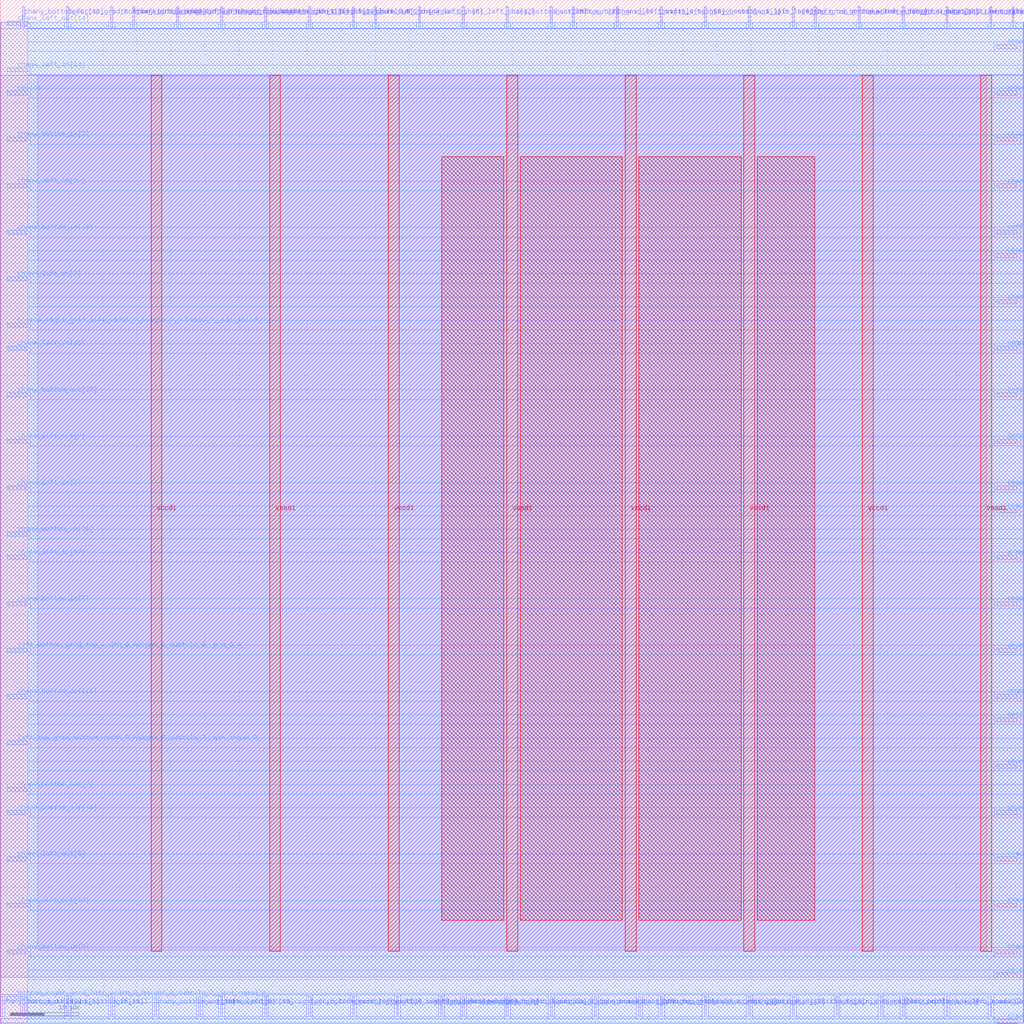
<source format=lef>
VERSION 5.7 ;
  NOWIREEXTENSIONATPIN ON ;
  DIVIDERCHAR "/" ;
  BUSBITCHARS "[]" ;
MACRO sb_4__4_
  CLASS BLOCK ;
  FOREIGN sb_4__4_ ;
  ORIGIN 0.000 0.000 ;
  SIZE 150.000 BY 150.000 ;
  PIN bottom_left_grid_right_width_0_height_0_subtile_0__pin_O_1_
    DIRECTION INPUT ;
    USE SIGNAL ;
    PORT
      LAYER met2 ;
        RECT 25.850 146.000 26.130 149.000 ;
    END
  END bottom_left_grid_right_width_0_height_0_subtile_0__pin_O_1_
  PIN bottom_left_grid_right_width_0_height_0_subtile_0__pin_O_5_
    DIRECTION INPUT ;
    USE SIGNAL ;
    PORT
      LAYER met2 ;
        RECT 16.190 146.000 16.470 149.000 ;
    END
  END bottom_left_grid_right_width_0_height_0_subtile_0__pin_O_5_
  PIN bottom_right_grid_left_width_0_height_0_subtile_0__pin_inpad_0_
    DIRECTION INPUT ;
    USE SIGNAL ;
    PORT
      LAYER met3 ;
        RECT 1.000 102.040 4.000 102.640 ;
    END
  END bottom_right_grid_left_width_0_height_0_subtile_0__pin_inpad_0_
  PIN bottom_right_grid_left_width_0_height_0_subtile_1__pin_inpad_0_
    DIRECTION INPUT ;
    USE SIGNAL ;
    PORT
      LAYER met3 ;
        RECT 146.000 44.240 149.000 44.840 ;
    END
  END bottom_right_grid_left_width_0_height_0_subtile_1__pin_inpad_0_
  PIN bottom_right_grid_left_width_0_height_0_subtile_2__pin_inpad_0_
    DIRECTION INPUT ;
    USE SIGNAL ;
    PORT
      LAYER met3 ;
        RECT 146.000 91.840 149.000 92.440 ;
    END
  END bottom_right_grid_left_width_0_height_0_subtile_2__pin_inpad_0_
  PIN bottom_right_grid_left_width_0_height_0_subtile_3__pin_inpad_0_
    DIRECTION INPUT ;
    USE SIGNAL ;
    PORT
      LAYER met2 ;
        RECT 83.810 146.000 84.090 149.000 ;
    END
  END bottom_right_grid_left_width_0_height_0_subtile_3__pin_inpad_0_
  PIN bottom_right_grid_left_width_0_height_0_subtile_4__pin_inpad_0_
    DIRECTION INPUT ;
    USE SIGNAL ;
    PORT
      LAYER met2 ;
        RECT 38.730 1.000 39.010 4.000 ;
    END
  END bottom_right_grid_left_width_0_height_0_subtile_4__pin_inpad_0_
  PIN bottom_right_grid_left_width_0_height_0_subtile_5__pin_inpad_0_
    DIRECTION INPUT ;
    USE SIGNAL ;
    PORT
      LAYER met2 ;
        RECT 58.050 1.000 58.330 4.000 ;
    END
  END bottom_right_grid_left_width_0_height_0_subtile_5__pin_inpad_0_
  PIN bottom_right_grid_left_width_0_height_0_subtile_6__pin_inpad_0_
    DIRECTION INPUT ;
    USE SIGNAL ;
    PORT
      LAYER met2 ;
        RECT 122.450 1.000 122.730 4.000 ;
    END
  END bottom_right_grid_left_width_0_height_0_subtile_6__pin_inpad_0_
  PIN bottom_right_grid_left_width_0_height_0_subtile_7__pin_inpad_0_
    DIRECTION INPUT ;
    USE SIGNAL ;
    PORT
      LAYER met3 ;
        RECT 1.000 3.440 4.000 4.040 ;
    END
  END bottom_right_grid_left_width_0_height_0_subtile_7__pin_inpad_0_
  PIN ccff_head
    DIRECTION INPUT ;
    USE SIGNAL ;
    PORT
      LAYER met3 ;
        RECT 146.000 115.640 149.000 116.240 ;
    END
  END ccff_head
  PIN ccff_tail
    DIRECTION OUTPUT TRISTATE ;
    USE SIGNAL ;
    PORT
      LAYER met2 ;
        RECT 16.190 1.000 16.470 4.000 ;
    END
  END ccff_tail
  PIN chanx_left_in[0]
    DIRECTION INPUT ;
    USE SIGNAL ;
    PORT
      LAYER met2 ;
        RECT 128.890 1.000 129.170 4.000 ;
    END
  END chanx_left_in[0]
  PIN chanx_left_in[10]
    DIRECTION INPUT ;
    USE SIGNAL ;
    PORT
      LAYER met3 ;
        RECT 1.000 122.440 4.000 123.040 ;
    END
  END chanx_left_in[10]
  PIN chanx_left_in[11]
    DIRECTION INPUT ;
    USE SIGNAL ;
    PORT
      LAYER met2 ;
        RECT 125.670 146.000 125.950 149.000 ;
    END
  END chanx_left_in[11]
  PIN chanx_left_in[12]
    DIRECTION INPUT ;
    USE SIGNAL ;
    PORT
      LAYER met3 ;
        RECT 146.000 74.840 149.000 75.440 ;
    END
  END chanx_left_in[12]
  PIN chanx_left_in[13]
    DIRECTION INPUT ;
    USE SIGNAL ;
    PORT
      LAYER met2 ;
        RECT 45.170 146.000 45.450 149.000 ;
    END
  END chanx_left_in[13]
  PIN chanx_left_in[14]
    DIRECTION INPUT ;
    USE SIGNAL ;
    PORT
      LAYER met3 ;
        RECT 1.000 139.440 4.000 140.040 ;
    END
  END chanx_left_in[14]
  PIN chanx_left_in[15]
    DIRECTION INPUT ;
    USE SIGNAL ;
    PORT
      LAYER met3 ;
        RECT 1.000 98.640 4.000 99.240 ;
    END
  END chanx_left_in[15]
  PIN chanx_left_in[16]
    DIRECTION INPUT ;
    USE SIGNAL ;
    PORT
      LAYER met2 ;
        RECT 144.990 1.000 145.270 4.000 ;
    END
  END chanx_left_in[16]
  PIN chanx_left_in[17]
    DIRECTION INPUT ;
    USE SIGNAL ;
    PORT
      LAYER met3 ;
        RECT 1.000 68.040 4.000 68.640 ;
    END
  END chanx_left_in[17]
  PIN chanx_left_in[18]
    DIRECTION INPUT ;
    USE SIGNAL ;
    PORT
      LAYER met3 ;
        RECT 146.000 129.240 149.000 129.840 ;
    END
  END chanx_left_in[18]
  PIN chanx_left_in[1]
    DIRECTION INPUT ;
    USE SIGNAL ;
    PORT
      LAYER met3 ;
        RECT 146.000 17.040 149.000 17.640 ;
    END
  END chanx_left_in[1]
  PIN chanx_left_in[2]
    DIRECTION INPUT ;
    USE SIGNAL ;
    PORT
      LAYER met2 ;
        RECT 96.690 146.000 96.970 149.000 ;
    END
  END chanx_left_in[2]
  PIN chanx_left_in[3]
    DIRECTION INPUT ;
    USE SIGNAL ;
    PORT
      LAYER met3 ;
        RECT 1.000 78.240 4.000 78.840 ;
    END
  END chanx_left_in[3]
  PIN chanx_left_in[4]
    DIRECTION INPUT ;
    USE SIGNAL ;
    PORT
      LAYER met2 ;
        RECT 54.830 146.000 55.110 149.000 ;
    END
  END chanx_left_in[4]
  PIN chanx_left_in[5]
    DIRECTION INPUT ;
    USE SIGNAL ;
    PORT
      LAYER met2 ;
        RECT 61.270 146.000 61.550 149.000 ;
    END
  END chanx_left_in[5]
  PIN chanx_left_in[6]
    DIRECTION INPUT ;
    USE SIGNAL ;
    PORT
      LAYER met2 ;
        RECT 109.570 146.000 109.850 149.000 ;
    END
  END chanx_left_in[6]
  PIN chanx_left_in[7]
    DIRECTION INPUT ;
    USE SIGNAL ;
    PORT
      LAYER met3 ;
        RECT 1.000 108.840 4.000 109.440 ;
    END
  END chanx_left_in[7]
  PIN chanx_left_in[8]
    DIRECTION INPUT ;
    USE SIGNAL ;
    PORT
      LAYER met3 ;
        RECT 146.000 142.840 149.000 143.440 ;
    END
  END chanx_left_in[8]
  PIN chanx_left_in[9]
    DIRECTION INPUT ;
    USE SIGNAL ;
    PORT
      LAYER met3 ;
        RECT 146.000 122.440 149.000 123.040 ;
    END
  END chanx_left_in[9]
  PIN chanx_left_out[0]
    DIRECTION OUTPUT TRISTATE ;
    USE SIGNAL ;
    PORT
      LAYER met3 ;
        RECT 146.000 136.040 149.000 136.640 ;
    END
  END chanx_left_out[0]
  PIN chanx_left_out[10]
    DIRECTION OUTPUT TRISTATE ;
    USE SIGNAL ;
    PORT
      LAYER met3 ;
        RECT 146.000 30.640 149.000 31.240 ;
    END
  END chanx_left_out[10]
  PIN chanx_left_out[11]
    DIRECTION OUTPUT TRISTATE ;
    USE SIGNAL ;
    PORT
      LAYER met2 ;
        RECT 90.250 146.000 90.530 149.000 ;
    END
  END chanx_left_out[11]
  PIN chanx_left_out[12]
    DIRECTION OUTPUT TRISTATE ;
    USE SIGNAL ;
    PORT
      LAYER met2 ;
        RECT 67.710 146.000 67.990 149.000 ;
    END
  END chanx_left_out[12]
  PIN chanx_left_out[13]
    DIRECTION OUTPUT TRISTATE ;
    USE SIGNAL ;
    PORT
      LAYER met3 ;
        RECT 1.000 17.040 4.000 17.640 ;
    END
  END chanx_left_out[13]
  PIN chanx_left_out[14]
    DIRECTION OUTPUT TRISTATE ;
    USE SIGNAL ;
    PORT
      LAYER met3 ;
        RECT 1.000 146.240 4.000 146.840 ;
    END
  END chanx_left_out[14]
  PIN chanx_left_out[15]
    DIRECTION OUTPUT TRISTATE ;
    USE SIGNAL ;
    PORT
      LAYER met2 ;
        RECT 32.290 1.000 32.570 4.000 ;
    END
  END chanx_left_out[15]
  PIN chanx_left_out[16]
    DIRECTION OUTPUT TRISTATE ;
    USE SIGNAL ;
    PORT
      LAYER met3 ;
        RECT 146.000 105.440 149.000 106.040 ;
    END
  END chanx_left_out[16]
  PIN chanx_left_out[17]
    DIRECTION OUTPUT TRISTATE ;
    USE SIGNAL ;
    PORT
      LAYER met2 ;
        RECT 138.550 1.000 138.830 4.000 ;
    END
  END chanx_left_out[17]
  PIN chanx_left_out[18]
    DIRECTION OUTPUT TRISTATE ;
    USE SIGNAL ;
    PORT
      LAYER met3 ;
        RECT 146.000 54.440 149.000 55.040 ;
    END
  END chanx_left_out[18]
  PIN chanx_left_out[1]
    DIRECTION OUTPUT TRISTATE ;
    USE SIGNAL ;
    PORT
      LAYER met2 ;
        RECT 80.590 146.000 80.870 149.000 ;
    END
  END chanx_left_out[1]
  PIN chanx_left_out[2]
    DIRECTION OUTPUT TRISTATE ;
    USE SIGNAL ;
    PORT
      LAYER met2 ;
        RECT 51.610 146.000 51.890 149.000 ;
    END
  END chanx_left_out[2]
  PIN chanx_left_out[3]
    DIRECTION OUTPUT TRISTATE ;
    USE SIGNAL ;
    PORT
      LAYER met3 ;
        RECT 146.000 0.040 149.000 0.640 ;
    END
  END chanx_left_out[3]
  PIN chanx_left_out[4]
    DIRECTION OUTPUT TRISTATE ;
    USE SIGNAL ;
    PORT
      LAYER met3 ;
        RECT 146.000 112.240 149.000 112.840 ;
    END
  END chanx_left_out[4]
  PIN chanx_left_out[5]
    DIRECTION OUTPUT TRISTATE ;
    USE SIGNAL ;
    PORT
      LAYER met2 ;
        RECT 144.990 146.000 145.270 149.000 ;
    END
  END chanx_left_out[5]
  PIN chanx_left_out[6]
    DIRECTION OUTPUT TRISTATE ;
    USE SIGNAL ;
    PORT
      LAYER met3 ;
        RECT 1.000 23.840 4.000 24.440 ;
    END
  END chanx_left_out[6]
  PIN chanx_left_out[7]
    DIRECTION OUTPUT TRISTATE ;
    USE SIGNAL ;
    PORT
      LAYER met2 ;
        RECT 51.610 1.000 51.890 4.000 ;
    END
  END chanx_left_out[7]
  PIN chanx_left_out[8]
    DIRECTION OUTPUT TRISTATE ;
    USE SIGNAL ;
    PORT
      LAYER met3 ;
        RECT 146.000 23.840 149.000 24.440 ;
    END
  END chanx_left_out[8]
  PIN chanx_left_out[9]
    DIRECTION OUTPUT TRISTATE ;
    USE SIGNAL ;
    PORT
      LAYER met3 ;
        RECT 1.000 85.040 4.000 85.640 ;
    END
  END chanx_left_out[9]
  PIN chany_bottom_in[0]
    DIRECTION INPUT ;
    USE SIGNAL ;
    PORT
      LAYER met3 ;
        RECT 1.000 10.240 4.000 10.840 ;
    END
  END chany_bottom_in[0]
  PIN chany_bottom_in[10]
    DIRECTION INPUT ;
    USE SIGNAL ;
    PORT
      LAYER met3 ;
        RECT 1.000 115.640 4.000 116.240 ;
    END
  END chany_bottom_in[10]
  PIN chany_bottom_in[11]
    DIRECTION INPUT ;
    USE SIGNAL ;
    PORT
      LAYER met2 ;
        RECT 38.730 146.000 39.010 149.000 ;
    END
  END chany_bottom_in[11]
  PIN chany_bottom_in[12]
    DIRECTION INPUT ;
    USE SIGNAL ;
    PORT
      LAYER met2 ;
        RECT 109.570 1.000 109.850 4.000 ;
    END
  END chany_bottom_in[12]
  PIN chany_bottom_in[13]
    DIRECTION INPUT ;
    USE SIGNAL ;
    PORT
      LAYER met2 ;
        RECT 132.110 146.000 132.390 149.000 ;
    END
  END chany_bottom_in[13]
  PIN chany_bottom_in[14]
    DIRECTION INPUT ;
    USE SIGNAL ;
    PORT
      LAYER met2 ;
        RECT 93.470 1.000 93.750 4.000 ;
    END
  END chany_bottom_in[14]
  PIN chany_bottom_in[15]
    DIRECTION INPUT ;
    USE SIGNAL ;
    PORT
      LAYER met2 ;
        RECT 9.750 1.000 10.030 4.000 ;
    END
  END chany_bottom_in[15]
  PIN chany_bottom_in[16]
    DIRECTION INPUT ;
    USE SIGNAL ;
    PORT
      LAYER met3 ;
        RECT 1.000 71.440 4.000 72.040 ;
    END
  END chany_bottom_in[16]
  PIN chany_bottom_in[17]
    DIRECTION INPUT ;
    USE SIGNAL ;
    PORT
      LAYER met2 ;
        RECT 132.110 1.000 132.390 4.000 ;
    END
  END chany_bottom_in[17]
  PIN chany_bottom_in[18]
    DIRECTION INPUT ;
    USE SIGNAL ;
    PORT
      LAYER met3 ;
        RECT 146.000 61.240 149.000 61.840 ;
    END
  END chany_bottom_in[18]
  PIN chany_bottom_in[1]
    DIRECTION INPUT ;
    USE SIGNAL ;
    PORT
      LAYER met3 ;
        RECT 146.000 37.440 149.000 38.040 ;
    END
  END chany_bottom_in[1]
  PIN chany_bottom_in[2]
    DIRECTION INPUT ;
    USE SIGNAL ;
    PORT
      LAYER met2 ;
        RECT 103.130 1.000 103.410 4.000 ;
    END
  END chany_bottom_in[2]
  PIN chany_bottom_in[3]
    DIRECTION INPUT ;
    USE SIGNAL ;
    PORT
      LAYER met3 ;
        RECT 1.000 129.240 4.000 129.840 ;
    END
  END chany_bottom_in[3]
  PIN chany_bottom_in[4]
    DIRECTION INPUT ;
    USE SIGNAL ;
    PORT
      LAYER met3 ;
        RECT 146.000 6.840 149.000 7.440 ;
    END
  END chany_bottom_in[4]
  PIN chany_bottom_in[5]
    DIRECTION INPUT ;
    USE SIGNAL ;
    PORT
      LAYER met2 ;
        RECT 19.410 146.000 19.690 149.000 ;
    END
  END chany_bottom_in[5]
  PIN chany_bottom_in[6]
    DIRECTION INPUT ;
    USE SIGNAL ;
    PORT
      LAYER met3 ;
        RECT 146.000 47.640 149.000 48.240 ;
    END
  END chany_bottom_in[6]
  PIN chany_bottom_in[7]
    DIRECTION INPUT ;
    USE SIGNAL ;
    PORT
      LAYER met3 ;
        RECT 1.000 61.240 4.000 61.840 ;
    END
  END chany_bottom_in[7]
  PIN chany_bottom_in[8]
    DIRECTION INPUT ;
    USE SIGNAL ;
    PORT
      LAYER met2 ;
        RECT 116.010 1.000 116.290 4.000 ;
    END
  END chany_bottom_in[8]
  PIN chany_bottom_in[9]
    DIRECTION INPUT ;
    USE SIGNAL ;
    PORT
      LAYER met3 ;
        RECT 146.000 98.640 149.000 99.240 ;
    END
  END chany_bottom_in[9]
  PIN chany_bottom_out[0]
    DIRECTION OUTPUT TRISTATE ;
    USE SIGNAL ;
    PORT
      LAYER met2 ;
        RECT 67.710 1.000 67.990 4.000 ;
    END
  END chany_bottom_out[0]
  PIN chany_bottom_out[10]
    DIRECTION OUTPUT TRISTATE ;
    USE SIGNAL ;
    PORT
      LAYER met3 ;
        RECT 1.000 91.840 4.000 92.440 ;
    END
  END chany_bottom_out[10]
  PIN chany_bottom_out[11]
    DIRECTION OUTPUT TRISTATE ;
    USE SIGNAL ;
    PORT
      LAYER met2 ;
        RECT 74.150 1.000 74.430 4.000 ;
    END
  END chany_bottom_out[11]
  PIN chany_bottom_out[12]
    DIRECTION OUTPUT TRISTATE ;
    USE SIGNAL ;
    PORT
      LAYER met2 ;
        RECT 0.090 1.000 0.370 4.000 ;
    END
  END chany_bottom_out[12]
  PIN chany_bottom_out[13]
    DIRECTION OUTPUT TRISTATE ;
    USE SIGNAL ;
    PORT
      LAYER met2 ;
        RECT 87.030 1.000 87.310 4.000 ;
    END
  END chany_bottom_out[13]
  PIN chany_bottom_out[14]
    DIRECTION OUTPUT TRISTATE ;
    USE SIGNAL ;
    PORT
      LAYER met3 ;
        RECT 1.000 30.640 4.000 31.240 ;
    END
  END chany_bottom_out[14]
  PIN chany_bottom_out[15]
    DIRECTION OUTPUT TRISTATE ;
    USE SIGNAL ;
    PORT
      LAYER met2 ;
        RECT 74.150 146.000 74.430 149.000 ;
    END
  END chany_bottom_out[15]
  PIN chany_bottom_out[16]
    DIRECTION OUTPUT TRISTATE ;
    USE SIGNAL ;
    PORT
      LAYER met3 ;
        RECT 1.000 47.640 4.000 48.240 ;
    END
  END chany_bottom_out[16]
  PIN chany_bottom_out[17]
    DIRECTION OUTPUT TRISTATE ;
    USE SIGNAL ;
    PORT
      LAYER met2 ;
        RECT 3.310 146.000 3.590 149.000 ;
    END
  END chany_bottom_out[17]
  PIN chany_bottom_out[18]
    DIRECTION OUTPUT TRISTATE ;
    USE SIGNAL ;
    PORT
      LAYER met2 ;
        RECT 22.630 1.000 22.910 4.000 ;
    END
  END chany_bottom_out[18]
  PIN chany_bottom_out[1]
    DIRECTION OUTPUT TRISTATE ;
    USE SIGNAL ;
    PORT
      LAYER met2 ;
        RECT 3.310 1.000 3.590 4.000 ;
    END
  END chany_bottom_out[1]
  PIN chany_bottom_out[2]
    DIRECTION OUTPUT TRISTATE ;
    USE SIGNAL ;
    PORT
      LAYER met2 ;
        RECT 138.550 146.000 138.830 149.000 ;
    END
  END chany_bottom_out[2]
  PIN chany_bottom_out[3]
    DIRECTION OUTPUT TRISTATE ;
    USE SIGNAL ;
    PORT
      LAYER met2 ;
        RECT 103.130 146.000 103.410 149.000 ;
    END
  END chany_bottom_out[3]
  PIN chany_bottom_out[4]
    DIRECTION OUTPUT TRISTATE ;
    USE SIGNAL ;
    PORT
      LAYER met2 ;
        RECT 64.490 1.000 64.770 4.000 ;
    END
  END chany_bottom_out[4]
  PIN chany_bottom_out[5]
    DIRECTION OUTPUT TRISTATE ;
    USE SIGNAL ;
    PORT
      LAYER met2 ;
        RECT 148.210 146.000 148.490 149.000 ;
    END
  END chany_bottom_out[5]
  PIN chany_bottom_out[6]
    DIRECTION OUTPUT TRISTATE ;
    USE SIGNAL ;
    PORT
      LAYER met3 ;
        RECT 146.000 10.240 149.000 10.840 ;
    END
  END chany_bottom_out[6]
  PIN chany_bottom_out[7]
    DIRECTION OUTPUT TRISTATE ;
    USE SIGNAL ;
    PORT
      LAYER met3 ;
        RECT 1.000 34.040 4.000 34.640 ;
    END
  END chany_bottom_out[7]
  PIN chany_bottom_out[8]
    DIRECTION OUTPUT TRISTATE ;
    USE SIGNAL ;
    PORT
      LAYER met3 ;
        RECT 146.000 78.240 149.000 78.840 ;
    END
  END chany_bottom_out[8]
  PIN chany_bottom_out[9]
    DIRECTION OUTPUT TRISTATE ;
    USE SIGNAL ;
    PORT
      LAYER met2 ;
        RECT 29.070 1.000 29.350 4.000 ;
    END
  END chany_bottom_out[9]
  PIN left_bottom_grid_top_width_0_height_0_subtile_0__pin_O_0_
    DIRECTION INPUT ;
    USE SIGNAL ;
    PORT
      LAYER met2 ;
        RECT 45.170 1.000 45.450 4.000 ;
    END
  END left_bottom_grid_top_width_0_height_0_subtile_0__pin_O_0_
  PIN left_bottom_grid_top_width_0_height_0_subtile_0__pin_O_4_
    DIRECTION INPUT ;
    USE SIGNAL ;
    PORT
      LAYER met3 ;
        RECT 1.000 54.440 4.000 55.040 ;
    END
  END left_bottom_grid_top_width_0_height_0_subtile_0__pin_O_4_
  PIN left_top_grid_bottom_width_0_height_0_subtile_0__pin_inpad_0_
    DIRECTION INPUT ;
    USE SIGNAL ;
    PORT
      LAYER met3 ;
        RECT 146.000 85.040 149.000 85.640 ;
    END
  END left_top_grid_bottom_width_0_height_0_subtile_0__pin_inpad_0_
  PIN left_top_grid_bottom_width_0_height_0_subtile_1__pin_inpad_0_
    DIRECTION INPUT ;
    USE SIGNAL ;
    PORT
      LAYER met2 ;
        RECT 80.590 1.000 80.870 4.000 ;
    END
  END left_top_grid_bottom_width_0_height_0_subtile_1__pin_inpad_0_
  PIN left_top_grid_bottom_width_0_height_0_subtile_2__pin_inpad_0_
    DIRECTION INPUT ;
    USE SIGNAL ;
    PORT
      LAYER met2 ;
        RECT 119.230 146.000 119.510 149.000 ;
    END
  END left_top_grid_bottom_width_0_height_0_subtile_2__pin_inpad_0_
  PIN left_top_grid_bottom_width_0_height_0_subtile_3__pin_inpad_0_
    DIRECTION INPUT ;
    USE SIGNAL ;
    PORT
      LAYER met2 ;
        RECT 116.010 146.000 116.290 149.000 ;
    END
  END left_top_grid_bottom_width_0_height_0_subtile_3__pin_inpad_0_
  PIN left_top_grid_bottom_width_0_height_0_subtile_4__pin_inpad_0_
    DIRECTION INPUT ;
    USE SIGNAL ;
    PORT
      LAYER met2 ;
        RECT 9.750 146.000 10.030 149.000 ;
    END
  END left_top_grid_bottom_width_0_height_0_subtile_4__pin_inpad_0_
  PIN left_top_grid_bottom_width_0_height_0_subtile_5__pin_inpad_0_
    DIRECTION INPUT ;
    USE SIGNAL ;
    PORT
      LAYER met2 ;
        RECT 32.290 146.000 32.570 149.000 ;
    END
  END left_top_grid_bottom_width_0_height_0_subtile_5__pin_inpad_0_
  PIN left_top_grid_bottom_width_0_height_0_subtile_6__pin_inpad_0_
    DIRECTION INPUT ;
    USE SIGNAL ;
    PORT
      LAYER met2 ;
        RECT 96.690 1.000 96.970 4.000 ;
    END
  END left_top_grid_bottom_width_0_height_0_subtile_6__pin_inpad_0_
  PIN left_top_grid_bottom_width_0_height_0_subtile_7__pin_inpad_0_
    DIRECTION INPUT ;
    USE SIGNAL ;
    PORT
      LAYER met3 ;
        RECT 1.000 40.840 4.000 41.440 ;
    END
  END left_top_grid_bottom_width_0_height_0_subtile_7__pin_inpad_0_
  PIN pReset
    DIRECTION INPUT ;
    USE SIGNAL ;
    PORT
      LAYER met3 ;
        RECT 1.000 136.040 4.000 136.640 ;
    END
  END pReset
  PIN prog_clk
    DIRECTION INPUT ;
    USE SIGNAL ;
    PORT
      LAYER met3 ;
        RECT 146.000 68.040 149.000 68.640 ;
    END
  END prog_clk
  PIN vccd1
    DIRECTION INOUT ;
    USE POWER ;
    PORT
      LAYER met4 ;
        RECT 22.085 10.640 23.685 138.960 ;
    END
    PORT
      LAYER met4 ;
        RECT 56.815 10.640 58.415 138.960 ;
    END
    PORT
      LAYER met4 ;
        RECT 91.545 10.640 93.145 138.960 ;
    END
    PORT
      LAYER met4 ;
        RECT 126.275 10.640 127.875 138.960 ;
    END
  END vccd1
  PIN vssd1
    DIRECTION INOUT ;
    USE GROUND ;
    PORT
      LAYER met4 ;
        RECT 39.450 10.640 41.050 138.960 ;
    END
    PORT
      LAYER met4 ;
        RECT 74.180 10.640 75.780 138.960 ;
    END
    PORT
      LAYER met4 ;
        RECT 108.910 10.640 110.510 138.960 ;
    END
    PORT
      LAYER met4 ;
        RECT 143.640 10.640 145.240 138.960 ;
    END
  END vssd1
  OBS
      LAYER li1 ;
        RECT 5.520 10.795 144.440 138.805 ;
      LAYER met1 ;
        RECT 0.070 6.840 149.890 138.960 ;
      LAYER met2 ;
        RECT 0.100 145.720 3.030 146.725 ;
        RECT 3.870 145.720 9.470 146.725 ;
        RECT 10.310 145.720 15.910 146.725 ;
        RECT 16.750 145.720 19.130 146.725 ;
        RECT 19.970 145.720 25.570 146.725 ;
        RECT 26.410 145.720 32.010 146.725 ;
        RECT 32.850 145.720 38.450 146.725 ;
        RECT 39.290 145.720 44.890 146.725 ;
        RECT 45.730 145.720 51.330 146.725 ;
        RECT 52.170 145.720 54.550 146.725 ;
        RECT 55.390 145.720 60.990 146.725 ;
        RECT 61.830 145.720 67.430 146.725 ;
        RECT 68.270 145.720 73.870 146.725 ;
        RECT 74.710 145.720 80.310 146.725 ;
        RECT 81.150 145.720 83.530 146.725 ;
        RECT 84.370 145.720 89.970 146.725 ;
        RECT 90.810 145.720 96.410 146.725 ;
        RECT 97.250 145.720 102.850 146.725 ;
        RECT 103.690 145.720 109.290 146.725 ;
        RECT 110.130 145.720 115.730 146.725 ;
        RECT 116.570 145.720 118.950 146.725 ;
        RECT 119.790 145.720 125.390 146.725 ;
        RECT 126.230 145.720 131.830 146.725 ;
        RECT 132.670 145.720 138.270 146.725 ;
        RECT 139.110 145.720 144.710 146.725 ;
        RECT 145.550 145.720 147.930 146.725 ;
        RECT 148.770 145.720 149.870 146.725 ;
        RECT 0.100 4.280 149.870 145.720 ;
        RECT 0.650 0.720 3.030 4.280 ;
        RECT 3.870 0.720 9.470 4.280 ;
        RECT 10.310 0.720 15.910 4.280 ;
        RECT 16.750 0.720 22.350 4.280 ;
        RECT 23.190 0.720 28.790 4.280 ;
        RECT 29.630 0.720 32.010 4.280 ;
        RECT 32.850 0.720 38.450 4.280 ;
        RECT 39.290 0.720 44.890 4.280 ;
        RECT 45.730 0.720 51.330 4.280 ;
        RECT 52.170 0.720 57.770 4.280 ;
        RECT 58.610 0.720 64.210 4.280 ;
        RECT 65.050 0.720 67.430 4.280 ;
        RECT 68.270 0.720 73.870 4.280 ;
        RECT 74.710 0.720 80.310 4.280 ;
        RECT 81.150 0.720 86.750 4.280 ;
        RECT 87.590 0.720 93.190 4.280 ;
        RECT 94.030 0.720 96.410 4.280 ;
        RECT 97.250 0.720 102.850 4.280 ;
        RECT 103.690 0.720 109.290 4.280 ;
        RECT 110.130 0.720 115.730 4.280 ;
        RECT 116.570 0.720 122.170 4.280 ;
        RECT 123.010 0.720 128.610 4.280 ;
        RECT 129.450 0.720 131.830 4.280 ;
        RECT 132.670 0.720 138.270 4.280 ;
        RECT 139.110 0.720 144.710 4.280 ;
        RECT 145.550 0.720 149.870 4.280 ;
        RECT 0.100 0.155 149.870 0.720 ;
      LAYER met3 ;
        RECT 4.400 145.840 149.895 146.705 ;
        RECT 4.000 143.840 149.895 145.840 ;
        RECT 4.000 142.440 145.600 143.840 ;
        RECT 149.400 142.440 149.895 143.840 ;
        RECT 4.000 140.440 149.895 142.440 ;
        RECT 4.400 139.040 149.895 140.440 ;
        RECT 4.000 137.040 149.895 139.040 ;
        RECT 4.400 135.640 145.600 137.040 ;
        RECT 149.400 135.640 149.895 137.040 ;
        RECT 4.000 130.240 149.895 135.640 ;
        RECT 4.400 128.840 145.600 130.240 ;
        RECT 149.400 128.840 149.895 130.240 ;
        RECT 4.000 123.440 149.895 128.840 ;
        RECT 4.400 122.040 145.600 123.440 ;
        RECT 149.400 122.040 149.895 123.440 ;
        RECT 4.000 116.640 149.895 122.040 ;
        RECT 4.400 115.240 145.600 116.640 ;
        RECT 149.400 115.240 149.895 116.640 ;
        RECT 4.000 113.240 149.895 115.240 ;
        RECT 4.000 111.840 145.600 113.240 ;
        RECT 149.400 111.840 149.895 113.240 ;
        RECT 4.000 109.840 149.895 111.840 ;
        RECT 4.400 108.440 149.895 109.840 ;
        RECT 4.000 106.440 149.895 108.440 ;
        RECT 4.000 105.040 145.600 106.440 ;
        RECT 149.400 105.040 149.895 106.440 ;
        RECT 4.000 103.040 149.895 105.040 ;
        RECT 4.400 101.640 149.895 103.040 ;
        RECT 4.000 99.640 149.895 101.640 ;
        RECT 4.400 98.240 145.600 99.640 ;
        RECT 149.400 98.240 149.895 99.640 ;
        RECT 4.000 92.840 149.895 98.240 ;
        RECT 4.400 91.440 145.600 92.840 ;
        RECT 149.400 91.440 149.895 92.840 ;
        RECT 4.000 86.040 149.895 91.440 ;
        RECT 4.400 84.640 145.600 86.040 ;
        RECT 149.400 84.640 149.895 86.040 ;
        RECT 4.000 79.240 149.895 84.640 ;
        RECT 4.400 77.840 145.600 79.240 ;
        RECT 149.400 77.840 149.895 79.240 ;
        RECT 4.000 75.840 149.895 77.840 ;
        RECT 4.000 74.440 145.600 75.840 ;
        RECT 149.400 74.440 149.895 75.840 ;
        RECT 4.000 72.440 149.895 74.440 ;
        RECT 4.400 71.040 149.895 72.440 ;
        RECT 4.000 69.040 149.895 71.040 ;
        RECT 4.400 67.640 145.600 69.040 ;
        RECT 149.400 67.640 149.895 69.040 ;
        RECT 4.000 62.240 149.895 67.640 ;
        RECT 4.400 60.840 145.600 62.240 ;
        RECT 149.400 60.840 149.895 62.240 ;
        RECT 4.000 55.440 149.895 60.840 ;
        RECT 4.400 54.040 145.600 55.440 ;
        RECT 149.400 54.040 149.895 55.440 ;
        RECT 4.000 48.640 149.895 54.040 ;
        RECT 4.400 47.240 145.600 48.640 ;
        RECT 149.400 47.240 149.895 48.640 ;
        RECT 4.000 45.240 149.895 47.240 ;
        RECT 4.000 43.840 145.600 45.240 ;
        RECT 149.400 43.840 149.895 45.240 ;
        RECT 4.000 41.840 149.895 43.840 ;
        RECT 4.400 40.440 149.895 41.840 ;
        RECT 4.000 38.440 149.895 40.440 ;
        RECT 4.000 37.040 145.600 38.440 ;
        RECT 149.400 37.040 149.895 38.440 ;
        RECT 4.000 35.040 149.895 37.040 ;
        RECT 4.400 33.640 149.895 35.040 ;
        RECT 4.000 31.640 149.895 33.640 ;
        RECT 4.400 30.240 145.600 31.640 ;
        RECT 149.400 30.240 149.895 31.640 ;
        RECT 4.000 24.840 149.895 30.240 ;
        RECT 4.400 23.440 145.600 24.840 ;
        RECT 149.400 23.440 149.895 24.840 ;
        RECT 4.000 18.040 149.895 23.440 ;
        RECT 4.400 16.640 145.600 18.040 ;
        RECT 149.400 16.640 149.895 18.040 ;
        RECT 4.000 11.240 149.895 16.640 ;
        RECT 4.400 9.840 145.600 11.240 ;
        RECT 149.400 9.840 149.895 11.240 ;
        RECT 4.000 7.840 149.895 9.840 ;
        RECT 4.000 6.440 145.600 7.840 ;
        RECT 149.400 6.440 149.895 7.840 ;
        RECT 4.000 4.440 149.895 6.440 ;
        RECT 4.400 3.040 149.895 4.440 ;
        RECT 4.000 1.040 149.895 3.040 ;
        RECT 4.000 0.175 145.600 1.040 ;
        RECT 149.400 0.175 149.895 1.040 ;
      LAYER met4 ;
        RECT 64.695 15.135 73.780 126.985 ;
        RECT 76.180 15.135 91.145 126.985 ;
        RECT 93.545 15.135 108.510 126.985 ;
        RECT 110.910 15.135 119.305 126.985 ;
  END
END sb_4__4_
END LIBRARY


</source>
